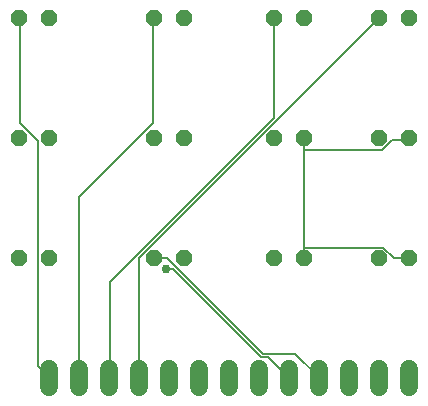
<source format=gbl>
G75*
%MOIN*%
%OFA0B0*%
%FSLAX25Y25*%
%IPPOS*%
%LPD*%
%AMOC8*
5,1,8,0,0,1.08239X$1,22.5*
%
%ADD10C,0.06000*%
%ADD11OC8,0.05200*%
%ADD12C,0.00600*%
%ADD13C,0.02978*%
D10*
X0021000Y0008000D02*
X0021000Y0014000D01*
X0031000Y0014000D02*
X0031000Y0008000D01*
X0041000Y0008000D02*
X0041000Y0014000D01*
X0051000Y0014000D02*
X0051000Y0008000D01*
X0061000Y0008000D02*
X0061000Y0014000D01*
X0071000Y0014000D02*
X0071000Y0008000D01*
X0081000Y0008000D02*
X0081000Y0014000D01*
X0091000Y0014000D02*
X0091000Y0008000D01*
X0101000Y0008000D02*
X0101000Y0014000D01*
X0111000Y0014000D02*
X0111000Y0008000D01*
X0121000Y0008000D02*
X0121000Y0014000D01*
X0131000Y0014000D02*
X0131000Y0008000D01*
X0141000Y0008000D02*
X0141000Y0014000D01*
D11*
X0141000Y0051000D03*
X0131000Y0051000D03*
X0106000Y0051000D03*
X0096000Y0051000D03*
X0066000Y0051000D03*
X0056000Y0051000D03*
X0021000Y0051000D03*
X0011000Y0051000D03*
X0011000Y0091000D03*
X0021000Y0091000D03*
X0056000Y0091000D03*
X0066000Y0091000D03*
X0096000Y0091000D03*
X0106000Y0091000D03*
X0131000Y0091000D03*
X0141000Y0091000D03*
X0141000Y0131000D03*
X0131000Y0131000D03*
X0106000Y0131000D03*
X0096000Y0131000D03*
X0066000Y0131000D03*
X0056000Y0131000D03*
X0021000Y0131000D03*
X0011000Y0131000D03*
D12*
X0017400Y0015000D02*
X0021000Y0011400D01*
X0021000Y0011000D01*
X0017400Y0015000D02*
X0017400Y0090000D01*
X0011400Y0096000D01*
X0011400Y0130800D01*
X0011000Y0131000D01*
X0055800Y0130800D02*
X0055800Y0096000D01*
X0031200Y0071400D01*
X0031200Y0011400D01*
X0031000Y0011000D01*
X0041000Y0011000D02*
X0041400Y0011400D01*
X0041400Y0043200D01*
X0096000Y0097800D01*
X0096000Y0131000D01*
X0131000Y0131000D02*
X0051000Y0051000D01*
X0051000Y0011000D01*
X0060000Y0047400D02*
X0062400Y0047400D01*
X0091800Y0018000D01*
X0094200Y0018000D01*
X0100800Y0011400D01*
X0101000Y0011000D01*
X0103200Y0019200D02*
X0111000Y0011400D01*
X0111000Y0011000D01*
X0103200Y0019200D02*
X0092400Y0019200D01*
X0060600Y0051000D01*
X0056000Y0051000D01*
X0106000Y0051000D02*
X0106200Y0051000D01*
X0106200Y0054600D01*
X0132600Y0054600D01*
X0136200Y0051000D01*
X0141000Y0051000D01*
X0106200Y0054600D02*
X0106200Y0087000D01*
X0132000Y0087000D01*
X0135600Y0090600D01*
X0141000Y0090600D01*
X0141000Y0091000D01*
X0106200Y0090600D02*
X0106200Y0087000D01*
X0106200Y0090600D02*
X0106000Y0091000D01*
X0056000Y0131000D02*
X0055800Y0130800D01*
D13*
X0060000Y0047400D03*
M02*

</source>
